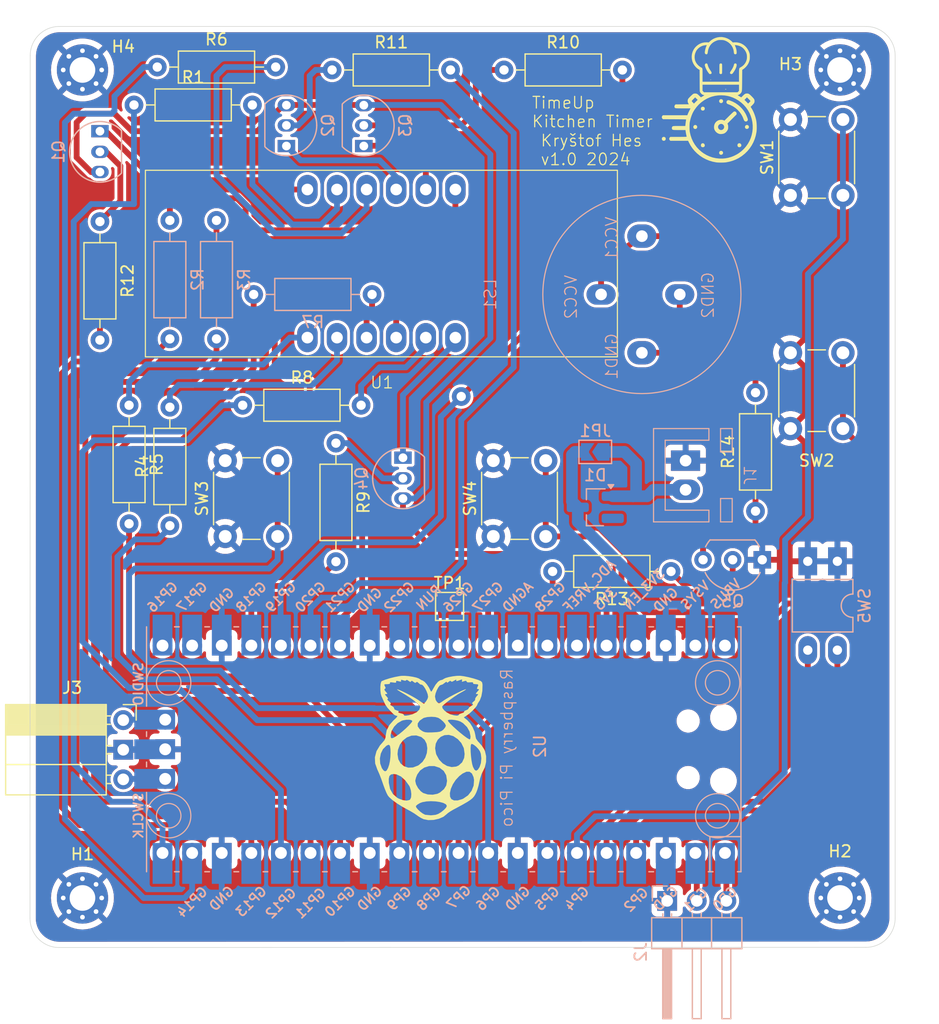
<source format=kicad_pcb>
(kicad_pcb (version 20240108) (generator "pcbnew") (generator_version "8.0")
  (title_block (title "UpTime Kitchen Timer PCB") (date "2024-11-25") (rev "1") (company "Kryštof Hes"))
  (layers (0 "F.Cu" signal) (31 "B.Cu" signal) (34 "B.Paste" user) (35 "F.Paste" user) (36 "B.SilkS" user "B.Silkscreen") (37 "F.SilkS" user "F.Silkscreen") (38 "B.Mask" user) (39 "F.Mask" user) (44 "Edge.Cuts" user))
  (net 0 "")
  (net 1 "GND")
  (net 2 "/charging_and_audio/VSYS")
  (net 3 "Net-(Q5-C)")
  (net 4 "VCC")
  (net 5 "Net-(Q1-C)")
  (net 6 "Net-(Q1-B)")
  (net 7 "Net-(Q1-E)")
  (net 8 "Net-(Q2-C)")
  (net 9 "Net-(Q2-B)")
  (net 10 "Net-(Q3-B)")
  (net 11 "Net-(Q3-C)")
  (net 12 "Net-(Q4-B)")
  (net 13 "Net-(Q4-C)")
  (net 14 "Net-(Q5-B)")
  (net 15 "Net-(U1-A)")
  (net 16 "Net-(U2-GPIO15)")
  (net 17 "Net-(U1-B)")
  (net 18 "Net-(U2-GPIO13)")
  (net 19 "Net-(U2-GPIO11)")
  (net 20 "Net-(U1-C)")
  (net 21 "Net-(U1-D)")
  (net 22 "Net-(U2-GPIO9)")
  (net 23 "Net-(U2-GPIO8)")
  (net 24 "Net-(U1-E)")
  (net 25 "Net-(U2-GPIO14)")
  (net 26 "Net-(U1-F)")
  (net 27 "Net-(U2-GPIO10)")
  (net 28 "Net-(U1-DP)")
  (net 29 "Net-(U1-G)")
  (net 30 "Net-(U2-GPIO12)")
  (net 31 "Net-(U2-GPIO18)")
  (net 32 "Net-(U2-GPIO19)")
  (net 33 "Net-(U2-GPIO20)")
  (net 34 "Net-(U2-GPIO21)")
  (net 35 "Net-(U2-GPIO4)")
  (net 36 "Net-(U2-GPIO5)")
  (net 37 "Net-(U2-GPIO6)")
  (net 38 "Net-(U2-GPIO7)")
  (net 39 "IN_1")
  (net 40 "IN_2")
  (net 44 "/PWM_SPEAKER")
  (net 49 "/charging_and_audio/OUT+")
  (net 51 "Net-(J2-Pin_2)")
  (net 52 "Net-(J2-Pin_3)")
  (net 53 "Net-(J3-Pin_3)")
  (net 55 "Net-(J3-Pin_1)")
  (footprint "TestPoint:TestPoint_Pad_2.0x2.0mm" (layer "F.Cu") (at 105.5 66.75)
    (property "Reference" "TP1")
    (property "Value" "PWM_SPEAKER")
  )
  (footprint "LOGO" (layer "F.Cu") (at 104.25 78.75)
    (property "Reference" "G***" (hide yes))
    (property "Value" "LOGO" (hide yes))
  )
  (footprint "Resistor_THT:R_Axial_DIN0207_L6.3mm_D2.5mm_P10.16mm_Horizontal" (layer "F.Cu") (at 78.42 23.75)
    (property "Reference" "R1")
    (property "Value" "220")
  )
  (footprint "Resistor_THT:R_Axial_DIN0207_L6.3mm_D2.5mm_P10.16mm_Horizontal" (layer "F.Cu") (at 78 49.5 -90)
    (property "Reference" "R5")
    (property "Value" "220")
  )
  (footprint "Button_Switch_THT:SW_PUSH_6mm_H4.3mm" (layer "F.Cu") (at 134.75 31.5 90)
    (property "Reference" "SW1")
    (property "Value" "BTN_A")
  )
  (footprint "MountingHole:MountingHole_2.2mm_M2_Pad_Via" (layer "F.Cu") (at 74 91.75)
    (property "Reference" "H1")
    (property "Value" "M2 hole")
  )
  (footprint "Resistor_THT:R_Axial_DIN0207_L6.3mm_D2.5mm_P10.16mm_Horizontal" (layer "F.Cu") (at 124.5 63.75 180)
    (property "Reference" "R13")
    (property "Value" "1k")
  )
  (footprint "Resistor_THT:R_Axial_DIN0207_L6.3mm_D2.5mm_P10.16mm_Horizontal" (layer "F.Cu") (at 80.42 20.5)
    (property "Reference" "R6")
    (property "Value" "220")
  )
  (footprint "Button_Switch_THT:SW_PUSH_6mm_H4.3mm" (layer "F.Cu") (at 86.25 60.75 90)
    (property "Reference" "SW3")
    (property "Value" "BTN_C")
  )
  (footprint "MountingHole:MountingHole_2.2mm_M2_Pad_Via" (layer "F.Cu") (at 139 91.75)
    (property "Reference" "H2")
    (property "Value" "M2 hole")
  )
  (footprint "LOGO" (layer "F.Cu") (at 128 23.25)
    (property "Reference" "G***" (hide yes))
    (property "Value" "LOGO" (hide yes))
  )
  (footprint "Custom_footprints:Segment_display_4041BS-1" (layer "F.Cu") (at 99.65 37.35)
    (property "Reference" "U1")
    (property "Value" "4041BS-1")
  )
  (footprint "Connector_PinSocket_2.54mm:PinSocket_1x03_P2.54mm_Horizontal" (layer "F.Cu") (at 77.5 76.5)
    (property "Reference" "J3")
    (property "Value" "SWD")
  )
  (footprint "Button_Switch_THT:SW_PUSH_6mm_H4.3mm" (layer "F.Cu") (at 109.25 60.75 90)
    (property "Reference" "SW4")
    (property "Value" "BTN_D")
  )
  (footprint "Resistor_THT:R_Axial_DIN0207_L6.3mm_D2.5mm_P10.16mm_Horizontal" (layer "F.Cu") (at 95.42 20.75)
    (property "Reference" "R11")
    (property "Value" "22k")
  )
  (footprint "MountingHole:MountingHole_2.2mm_M2_Pad_Via" (layer "F.Cu") (at 139 20.75)
    (property "Reference" "H3")
    (property "Value" "M2 hole")
  )
  (footprint "Resistor_THT:R_Axial_DIN0207_L6.3mm_D2.5mm_P10.16mm_Horizontal" (layer "F.Cu") (at 110.17 20.75)
    (property "Reference" "R10")
    (property "Value" "22k")
  )
  (footprint "Button_Switch_THT:SW_PUSH_6mm_H4.3mm" (layer "F.Cu") (at 134.75 51.5 90)
    (property "Reference" "SW2")
    (property "Value" "BTN_B")
  )
  (footprint "Resistor_THT:R_Axial_DIN0207_L6.3mm_D2.5mm_P10.16mm_Horizontal" (layer "F.Cu") (at 81.5 59.83 90)
    (property "Reference" "R4")
    (property "Value" "220")
  )
  (footprint "Resistor_THT:R_Axial_DIN0207_L6.3mm_D2.5mm_P10.16mm_Horizontal" (layer "F.Cu") (at 87.75 49.5)
    (property "Reference" "R8")
    (property "Value" "220")
  )
  (footprint "Resistor_THT:R_Axial_DIN0207_L6.3mm_D2.5mm_P10.16mm_Horizontal" (layer "F.Cu") (at 131.75 58.58 90)
    (property "Reference" "R14")
    (property "Value" "1k")
  )
  (footprint "MountingHole:MountingHole_2.2mm_M2_Pad_Via" (layer "F.Cu") (at 74 20.75)
    (property "Reference" "H4")
    (property "Value" "M2 hole")
  )
  (footprint "Resistor_THT:R_Axial_DIN0207_L6.3mm_D2.5mm_P10.16mm_Horizontal" (layer "F.Cu") (at 75.5 33.75 -90)
    (property "Reference" "R12")
    (property "Value" "22k")
  )
  (footprint "Resistor_THT:R_Axial_DIN0207_L6.3mm_D2.5mm_P10.16mm_Horizontal" (layer "F.Cu") (at 95.75 52.75 -90)
    (property "Reference" "R9")
    (property "Value" "22k")
  )
  (footprint "Connector_PinHeader_2.54mm:PinHeader_1x03_P2.54mm_Horizontal" (layer "B.Cu") (at 124.17 92 -90)
    (property "Reference" "J2")
    (property "Value" "UART")
  )
  (footprint "Custom_footprints:RPi_Pico_SMD_TH" (layer "B.Cu") (at 105 79 90)
    (property "Reference" "U2")
    (property "Value" "Pico" (hide yes))
  )
  (footprint "Package_TO_SOT_THT:TO-92_Inline" (layer "B.Cu") (at 98.14 26.77 90)
    (property "Reference" "Q3")
    (property "Value" "BC327")
  )
  (footprint "Resistor_THT:R_Axial_DIN0207_L6.3mm_D2.5mm_P10.16mm_Horizontal" (layer "B.Cu") (at 81.5 43.81 90)
    (property "Reference" "R2")
    (property "Value" "220")
  )
  (footprint "Custom_footprints:Piezzo_10mm_6.5mm_combined" (layer "B.Cu") (at 122 40 -90)
    (property "Reference" "LS1")
    (property "Value" "Speaker_Crystal")
  )
  (footprint "Package_TO_SOT_THT:TO-92_Inline" (layer "B.Cu") (at 75.5 26.5 -90)
    (property "Reference" "Q1")
    (property "Value" "BC327")
  )
  (footprint "Package_TO_SOT_THT:TO-92_Inline" (layer "B.Cu") (at 91.5 26.77 90)
    (property "Reference" "Q2")
    (property "Value" "BC327")
  )
  (footprint "Jumper:SolderJumper-2_P1.3mm_Open_TrianglePad1.0x1.5mm" (layer "B.Cu") (at 118 53.5 180)
    (property "Reference" "JP1")
    (property "Value" "SCHOTTKY_JUMPER")
  )
  (footprint "Custom_footprints:JST_2pin_2.54mm_female" (layer "B.Cu") (at 125.75 55.5 90)
    (property "Reference" "J1")
    (property "Value" "JST_2pin_2.5mm")
  )
  (footprint "Resistor_THT:R_Axial_DIN0207_L6.3mm_D2.5mm_P10.16mm_Horizontal" (layer "B.Cu") (at 85.5 43.81 90)
    (property "Reference" "R3")
    (property "Value" "220")
  )
  (footprint "Custom_footprints:SOT-23_Handsoldering_renumbered" (layer "B.Cu") (at 118 58.25 180)
    (property "Reference" "D1")
    (property "Value" "SEMTECH BAT54S")
  )
  (footprint "Package_TO_SOT_THT:TO-92L_Inline_Wide" (layer "B.Cu") (at 127.25 62.75)
    (property "Reference" "Q5")
    (property "Value" "BC337")
  )
  (footprint "Package_TO_SOT_THT:TO-92_Inline" (layer "B.Cu") (at 101.5 54.5 -90)
    (property "Reference" "Q4")
    (property "Value" "BC327")
  )
  (footprint "Package_DIP:DIP-4_W7.62mm_LongPads" (layer "B.Cu") (at 138.775 70.5 90)
    (property "Reference" "SW5")
    (property "Value" "SW_DIP_x02")
  )
  (footprint "Resistor_THT:R_Axial_DIN0207_L6.3mm_D2.5mm_P10.16mm_Horizontal" (layer "B.Cu") (at 88.69 40)
    (property "Reference" "R7")
    (property "Value" "220")
  )
  (gr_line (start 118.5 40) (end 118.5 37.5) (stroke (width 0.5)) (layer "F.Cu") (net 4))
  (gr_line (start 118.5 37.5) (end 122 35) (stroke (width 0.5)) (layer "F.Cu") (net 4))
  (gr_line (start 125.25 40) (end 125.25 45) (stroke (width 0.5)) (layer "F.Cu") (net 3))
  (gr_arc (start 141.232233 17.017767) (mid 143 17.75) (end 143.732233 19.517767) (stroke (width 0.05)) (layer "Edge.Cuts"))
  (gr_line (start 141.232233 95.982233) (end 72 96) (stroke (width 0.05)) (layer "Edge.Cuts"))
  (gr_line (start 141.232233 17.017767) (end 72.017767 17.017767) (stroke (width 0.05)) (layer "Edge.Cuts"))
  (gr_line (start 69.517767 19.517767) (end 69.5 93.5) (stroke (width 0.05)) (layer "Edge.Cuts"))
  (gr_arc (start 69.517767 19.517767) (mid 70.25 17.75) (end 72.017767 17.017767) (stroke (width 0.05)) (layer "Edge.Cuts"))
  (gr_arc (start 72 96) (mid 70.232233 95.267767) (end 69.5 93.5) (stroke (width 0.05)) (layer "Edge.Cuts"))
  (gr_arc (start 143.732233 93.482233) (mid 143 95.25) (end 141.232233 95.982233) (stroke (width 0.05)) (layer "Edge.Cuts"))
  (gr_line (start 143.732233 93.482233) (end 143.732233 19.517767) (stroke (width 0.05)) (layer "Edge.Cuts"))
  (gr_text "Raspberry Pi Pico" (at 111 72 90) (layer "B.SilkS") (effects (font (size 1 1) (thickness 0.1)) (justify left bottom mirror)))
  (gr_text "TimeUp \nKitchen Timer" (at 112.5 25.75 0) (layer "F.SilkS") (effects (font (size 1 1) (thickness 0.1)) (justify left bottom)))
  (gr_text "Kryštof Hes\nv1.0 2024" (at 113.25 29 0) (layer "F.SilkS") (effects (font (size 1 1) (thickness 0.1)) (justify left bottom)))
  (segment (start 77.5 79.04) (end 77.54 79) (width 0.5) (layer "F.Cu") (net 1))
  (segment (start 81.1 79) (end 77.54 79) (width 0.5) (layer "B.Cu") (net 1))
  (segment (start 77.54 79) (end 77.5 79.04) (width 0.5) (layer "B.Cu") (net 1))
  (segment (start 125.75 65.5) (end 122.5 65.5) (width 1) (layer "B.Cu") (net 2))
  (segment (start 116.25 53.5) (end 116.970097 53.5) (width 1) (layer "B.Cu") (net 2))
  (segment (start 116.5 59.5) (end 116.5 58.25) (width 1) (layer "B.Cu") (net 2))
  (segment (start 116 57.75) (end 116 53.75) (width 1) (layer "B.Cu") (net 2))
  (segment (start 116 53.75) (end 116.25 53.5) (width 1) (layer "B.Cu") (net 2))
  (segment (start 122.5 65.5) (end 116.5 59.5) (width 1) (layer "B.Cu") (net 2))
  (segment (start 126.59 70.11) (end 126.59 66.34) (width 1) (layer "B.Cu") (net 2))
  (segment (start 126.59 66.34) (end 125.75 65.5) (width 1) (layer "B.Cu") (net 2))
  (segment (start 116.5 58.25) (end 116 57.75) (width 1) (layer "B.Cu") (net 2))
  (segment (start 131.75 55.25) (end 128 51.5) (width 0.5) (layer "F.Cu") (net 3))
  (segment (start 130.75 60.75) (end 128 60.75) (width 0.5) (layer "F.Cu") (net 3))
  (segment (start 126 45) (end 122 45) (width 0.5) (layer "F.Cu") (net 3))
  (segment (start 131.75 59.75) (end 130.75 60.75) (width 0.5) (layer "F.Cu") (net 3))
  (segment (start 128 47) (end 126 45) (width 0.5) (layer "F.Cu") (net 3))
  (segment (start 131.75 58.58) (end 131.75 59.75) (width 0.5) (layer "F.Cu") (net 3))
  (segment (start 131.75 58.58) (end 131.75 55.25) (width 0.5) (layer "F.Cu") (net 3))
  (segment (start 127.25 61.5) (end 127.25 62.75) (width 0.5) (layer "F.Cu") (net 3))
  (segment (start 128 60.75) (end 127.25 61.5) (width 0.5) (layer "F.Cu") (net 3))
  (segment (start 128 51.5) (end 128 47) (width 0.5) (layer "F.Cu") (net 3))
  (segment (start 129.25 37.75) (end 126.5 35) (width 0.5) (layer "F.Cu") (net 4))
  (segment (start 126.5 35) (end 122 35) (width 0.5) (layer "F.Cu") (net 4))
  (segment (start 129.5 38) (end 129.25 37.75) (width 0.5) (layer "F.Cu") (net 4))
  (segment (start 131.75 40.25) (end 129.25 37.75) (width 0.5) (layer "F.Cu") (net 4))
  (segment (start 121 35) (end 122 35) (width 0.5) (layer "F.Cu") (net 4))
  (segment (start 131.75 48.42) (end 131.75 40.25) (width 0.5) (layer "F.Cu") (net 4))
  (segment (start 76 26) (end 79.45 29.45) (width 0.5) (layer "F.Cu") (net 5))
  (segment (start 75.5 26) (end 76 26) (width 0.5) (layer "F.Cu") (net 5))
  (segment (start 93.3 31) (end 92 31) (width 0.5) (layer "F.Cu") (net 5))
  (segment (start 92 31) (end 90.45 29.45) (width 0.5) (layer "F.Cu") (net 5))
  (segment (start 90.45 29.45) (end 79.45 29.45) (width 0.5) (layer "F.Cu") (net 5))
  (segment (start 76.035 27.77) (end 75.5 27.77) (width 0.5) (layer "F.Cu") (net 6))
  (segment (start 77.25 28.985) (end 76.035 27.77) (width 0.5) (layer "F.Cu") (net 6))
  (segment (start 75.5 33.75) (end 77.25 32) (width 0.5) (layer "F.Cu") (net 6))
  (segment (start 77.25 32) (end 77.25 28.985) (width 0.5) (layer "F.Cu") (net 6))
  (segment (start 104.5 62.25) (end 101.5 59.25) (width 0.5) (layer "F.Cu") (net 7))
  (segment (start 73.5 28.25) (end 73.5 25.25) (width 0.5) (layer "F.Cu") (net 7))
  (segment (start 78.25 26) (end 89 26) (width 0.5) (layer "F.Cu") (net 7))
  (segment (start 118.97 63.53) (end 119 63.5) (width 0.5) (layer "F.Cu") (net 7))
  (segment (start 89 26) (end 91.25 23.75) (width 0.5) (layer "F.Cu") (net 7))
  (segment (start 74.75 29.5) (end 73.5 28.25) (width 0.5) (layer "F.Cu") (net 7))
  (segment (start 73.5 25.25) (end 74.25 24.5) (width 0.5) (layer "F.Cu") (net 7))
  (segment (start 75.5 29.5) (end 74.75 29.5) (width 0.5) (layer "F.Cu") (net 7))
  (segment (start 117.75 62.25) (end 104.5 62.25) (width 0.5) (layer "F.Cu") (net 7))
  (segment (start 76.75 24.5) (end 78.25 26) (width 0.5) (layer "F.Cu") (net 7))
  (segment (start 101.5 59.25) (end 101.5 57.5) (width 0.5) (layer "F.Cu") (net 7))
  (segment (start 74.25 24.5) (end 76.75 24.5) (width 0.5) (layer "F.Cu") (net 7))
  (segment (start 119 63.5) (end 117.75 62.25) (width 0.5) (layer "F.Cu") (net 7))
  (segment (start 91.25 23.75) (end 97.66 23.75) (width 0.5) (layer "F.Cu") (net 7))
  (segment (start 118.97 70.11) (end 118.97 63.53) (width 0.5) (layer "F.Cu") (net 7))
  (segment (start 103.5 49.25) (end 109 43.75) (width 0.5) (layer "B.Cu") (net 7))
  (segment (start 109 43.75) (end 109 28) (width 0.5) (layer "B.Cu") (net 7))
  (segment (start 102.5 57.5) (end 103.5 56.5) (width 0.5) (layer "B.Cu") (net 7))
  (segment (start 103.5 56.5) (end 103.5 49.25) (width 0.5) (layer "B.Cu") (net 7))
  (segment (start 104.75 23.75) (end 98.62 23.75) (width 0.5) (layer "B.Cu") (net 7))
  (segment (start 101.5 57.5) (end 102.5 57.5) (width 0.5) (layer "B.Cu") (net 7))
  (segment (start 109 28) (end 104.75 23.75) (width 0.5) (layer "B.Cu") (net 7))
  (segment (start 100.92 29.92) (end 99.5 28.5) (width 0.5) (layer "B.Cu") (net 8))
  (segment (start 92.73 28.5) (end 91.5 27.27) (width 0.5) (layer "B.Cu") (net 8))
  (segment (start 99.5 28.5) (end 92.73 28.5) (width 0.5) (layer "B.Cu") (net 8))
  (segment (start 100.92 31) (end 100.92 29.92) (width 0.5) (layer "B.Cu") (net 8))
  (segment (start 93.5 21.25) (end 94 20.75) (width 0.5) (layer "B.Cu") (net 9))
  (segment (start 91.5 25.5) (end 92.5 25.5) (width 0.5) (layer "B.Cu") (net 9))
  (segment (start 93.5 24.5) (end 93.5 21.25) (width 0.5) (layer "B.Cu") (net 9))
  (segment (start 92.5 25.5) (end 93.5 24.5) (width 0.5) (layer "B.Cu") (net 9))
  (segment (start 94 20.75) (end 95.42 20.75) (width 0.5) (layer "B.Cu") (net 9))
  (segment (start 106.5 25.5) (end 98.14 25.5) (width 0.5) (layer "F.Cu") (net 10))
  (segment (start 107.75 24.25) (end 106.5 25.5) (width 0.5) (layer "F.Cu") (net 10))
  (segment (start 110.17 20.75) (end 108.5 20.75) (width 0.5) (layer "F.Cu") (net 10))
  (segment (start 108.5 20.75) (end 107.75 21.5) (width 0.5) (layer "F.Cu") (net 10))
  (segment (start 107.75 21.5) (end 107.75 24.25) (width 0.5) (layer "F.Cu") (net 10))
  (segment (start 101.75 27.25) (end 98.62 27.25) (width 0.5) (layer "F.Cu") (net 11))
  (segment (start 103.46 28.96) (end 101.75 27.25) (width 0.5) (layer "F.Cu") (net 11))
  (segment (start 103.46 31) (end 103.46 28.96) (width 0.5) (layer "F.Cu") (net 11))
  (segment (start 99.77 55.77) (end 101.5 55.77) (width 0.5) (layer "B.Cu") (net 12))
  (segment (start 96.75 52.75) (end 99.77 55.77) (width 0.5) (layer "B.Cu") (net 12))
  (segment (start 95.75 52.75) (end 96.75 52.75) (width 0.5) (layer "B.Cu") (net 12))
  (segment (start 101.5 48.625) (end 106 44.125) (width 0.5) (layer "B.Cu") (net 13))
  (segment (start 106 44.125) (end 106 43.7) (width 0.5) (layer "B.Cu") (net 13))
  (segment (start 101.5 54) (end 101.5 48.625) (width 0.5) (layer "B.Cu") (net 13))
  (segment (start 129.79 62.75) (end 129.79 64.46) (width 0.5) (layer "F.Cu") (net 14))
  (segment (start 129.5 64.75) (end 125.5 64.75) (width 0.5) (layer "F.Cu") (net 14))
  (segment (start 129.79 64.46) (end 129.5 64.75) (width 0.5) (layer "F.Cu") (net 14))
  (segment (start 125.5 64.75) (end 124.5 63.75) (width 0.5) (layer "F.Cu") (net 14))
  (segment (start 95.84 32.66) (end 94.5 34) (width 0.5) (layer "B.Cu") (net 15))
  (segment (start 92 34) (end 88.58 30.58) (width 0.5) (layer "B.Cu") (net 15))
  (segment (start 95.84 31) (end 95.84 32.66) (width 0.5) (layer "B.Cu") (net 15))
  (segment (start 88.58 30.58) (end 88.58 23.75) (width 0.5) (layer "B.Cu") (net 15))
  (segment (start 94.5 34) (end 92 34) (width 0.5) (layer "B.Cu") (net 15))
  (segment (start 80.87 85.62) (end 78.75 83.5) (width 0.5) (layer "B.Cu") (net 16))
  (segment (start 73.25 80.25) (end 73.25 33.75) (width 0.5) (layer "B.Cu") (net 16))
  (segment (start 80.87 87.89) (end 80.87 85.62) (width 0.5) (layer "B.Cu") (net 16))
  (segment (start 73.25 33.75) (end 74.75 32.25) (width 0.5) (layer "B.Cu") (net 16))
  (segment (start 74.75 32.25) (end 78.42 32.25) (width 0.5) (layer "B.Cu") (net 16))
  (segment (start 76.5 83.5) (end 73.25 80.25) (width 0.5) (layer "B.Cu") (net 16))
  (segment (start 78.75 83.5) (end 76.5 83.5) (width 0.5) (layer "B.Cu") (net 16))
  (segment (start 78.42 32.25) (end 78.42 23.75) (width 0.5) (layer "B.Cu") (net 16))
  (segment (start 106 33) (end 106 31) (width 0.5) (layer "F.Cu") (net 17))
  (segment (start 89 34.5) (end 104.5 34.5) (width 0.5) (layer "F.Cu") (net 17))
  (segment (start 104.5 34.5) (end 106 33) (width 0.5) (layer "F.Cu") (net 17))
  (segment (start 81.5 33.65) (end 81.5 32.25) (width 0.5) (layer "F.Cu") (net 17))
  (segment (start 88 33.5) (end 89 34.5) (width 0.5) (layer "F.Cu") (net 17))
  (segment (start 82 31.75) (end 87.25 31.75) (width 0.5) (layer "F.Cu") (net 17))
  (segment (start 87.25 31.75) (end 88 32.5) (width 0.5) (layer "F.Cu") (net 17))
  (segment (start 88 32.5) (end 88 33.5) (width 0.5) (layer "F.Cu") (net 17))
  (segment (start 81.5 32.25) (end 82 31.75) (width 0.5) (layer "F.Cu") (net 17))
  (segment (start 81.5 43.81) (end 79.56 45.75) (width 0.5) (layer "F.Cu") (net 18))
  (segment (start 88.49 86.49) (end 88.49 87.89) (width 0.5) (layer "F.Cu") (net 18))
  (segment (start 72.25 84) (end 73.75 85.5) (width 0.5) (layer "F.Cu") (net 18))
  (segment (start 73.75 85.5) (end 87.5 85.5) (width 0.5) (layer "F.Cu") (net 18))
  (segment (start 79.56 45.75) (end 73.25 45.75) (width 0.5) (layer "F.Cu") (net 18))
  (segment (start 87.5 85.5) (end 88.49 86.49) (width 0.5) (layer "F.Cu") (net 18))
  (segment (start 73.25 45.75) (end 72.25 46.75) (width 0.5) (layer "F.Cu") (net 18))
  (segment (start 72.25 46.75) (end 72.25 84) (width 0.5) (layer "F.Cu") (net 18))
  (segment (start 74.25 82) (end 74.25 49) (width 0.5) (layer "F.Cu") (net 19))
  (segment (start 83.5 47.5) (end 85.5 45.5) (width 0.5) (layer "F.Cu") (net 19))
  (segment (start 85.5 45.5) (end 85.5 43.81) (width 0.5) (layer "F.Cu") (net 19))
  (segment (start 91.5 83.5) (end 75.75 83.5) (width 0.5) (layer "F.Cu") (net 19))
  (segment (start 93.57 87.89) (end 93.57 85.57) (width 0.5) (layer "F.Cu") (net 19))
  (segment (start 75.75 47.5) (end 83.5 47.5) (width 0.5) (layer "F.Cu") (net 19))
  (segment (start 75.75 83.5) (end 74.25 82) (width 0.5) (layer "F.Cu") (net 19))
  (segment (start 93.57 85.57) (end 91.5 83.5) (width 0.5) (layer "F.Cu") (net 19))
  (segment (start 74.25 49) (end 75.75 47.5) (width 0.5) (layer "F.Cu") (net 19))
  (segment (start 99 37.75) (end 92.5 37.75) (width 0.5) (layer "F.Cu") (net 20))
  (segment (start 85.5 35.25) (end 85.5 33.65) (width 0.5) (layer "F.Cu") (net 20))
  (segment (start 92.5 37.75) (end 91 36.25) (width 0.5) (layer "F.Cu") (net 20))
  (segment (start 91 36.25) (end 86.5 36.25) (width 0.5) (layer "F.Cu") (net 20))
  (segment (start 86.5 36.25) (end 85.5 35.25) (width 0.5) (layer "F.Cu") (net 20))
  (segment (start 100.92 43.7) (end 100.92 39.67) (width 0.5) (layer "F.Cu") (net 20))
  (segment (start 100.92 39.67) (end 99 37.75) (width 0.5) (layer "F.Cu") (net 20))
  (segment (start 93.75 47.75) (end 95.84 45.66) (width 0.5) (layer "B.Cu") (net 21))
  (segment (start 81.5 48.5) (end 82.25 47.75) (width 0.5) (layer "B.Cu") (net 21))
  (segment (start 95.84 45.66) (end 95.84 43.7) (width 0.5) (layer "B.Cu") (net 21))
  (segment (start 82.25 47.75) (end 93.75 47.75) (width 0.5) (layer "B.Cu") (net 21))
  (segment (start 81.5 49.5) (end 81.5 48.5) (width 0.5) (layer "B.Cu") (net 21))
  (segment (start 77 62.5) (end 78.5 61) (width 0.5) (layer "B.Cu") (net 22))
  (segment (start 80.5 61) (end 81.5 60) (width 0.5) (layer "B.Cu") (net 22))
  (segment (start 78.5 61) (end 80.5 61) (width 0.5) (layer "B.Cu") (net 22))
  (segment (start 89 76.5) (end 85.5 73) (width 0.5) (layer "B.Cu") (net 22))
  (segment (start 101.19 78.69) (end 99 76.5) (width 0.5) (layer "B.Cu") (net 22))
  (segment (start 79 73) (end 77 71) (width 0.5) (layer "B.Cu") (net 22))
  (segment (start 77 71) (end 77 62.5) (width 0.5) (layer "B.Cu") (net 22))
  (segment (start 85.5 73) (end 79 73) (width 0.5) (layer "B.Cu") (net 22))
  (segment (start 99 76.5) (end 89 76.5) (width 0.5) (layer "B.Cu") (net 22))
  (segment (start 101.19 87.89) (end 101.19 78.69) (width 0.5) (layer "B.Cu") (net 22))
  (segment (start 79.5 72) (end 100 72) (width 0.5) (layer "F.Cu") (net 23))
  (segment (start 100 72) (end 103.73 75.73) (width 0.5) (layer "F.Cu") (net 23))
  (segment (start 103.73 75.73) (end 103.73 87.89) (width 0.5) (layer "F.Cu") (net 23))
  (segment (start 78 70.5) (end 79.5 72) (width 0.5) (layer "F.Cu") (net 23))
  (segment (start 78 59.66) (end 78 70.5) (width 0.5) (layer "F.Cu") (net 23))
  (segment (start 91.8 43.7) (end 93.3 43.7) (width 0.5) (layer "B.Cu") (net 24))
  (segment (start 79.5 46) (end 89.5 46) (width 0.5) (layer "B.Cu") (net 24))
  (segment (start 78 47.5) (end 79.5 46) (width 0.5) (layer "B.Cu") (net 24))
  (segment (start 89.5 46) (end 91.8 43.7) (width 0.5) (layer "B.Cu") (net 24))
  (segment (start 78 49.5) (end 78 47.5) (width 0.5) (layer "B.Cu") (net 24))
  (segment (start 76.75 24.25) (end 76.75 23) (width 0.5) (layer "B.Cu") (net 25))
  (segment (start 76.75 23) (end 79.25 20.5) (width 0.5) (layer "B.Cu") (net 25))
  (segment (start 79.25 20.5) (end 80.42 20.5) (width 0.5) (layer "B.Cu") (net 25))
  (segment (start 79.25 91.75) (end 72.5 85) (width 0.5) (layer "B.Cu") (net 25))
  (segment (start 82.75 91.75) (end 79.25 91.75) (width 0.5) (layer "B.Cu") (net 25))
  (segment (start 83.41 87.89) (end 83.41 91.09) (width 0.5) (layer "B.Cu") (net 25))
  (segment (start 72.5 85) (end 72.5 25.25) (width 0.5) (layer "B.Cu") (net 25))
  (segment (start 73.25 24.5) (end 76.5 24.5) (width 0.5) (layer "B.Cu") (net 25))
  (segment (start 76.5 24.5) (end 76.75 24.25) (width 0.5) (layer "B.Cu") (net 25))
  (segment (start 83.41 91.09) (end 82.75 91.75) (width 0.5) (layer "B.Cu") (net 25))
  (segment (start 72.5 25.25) (end 73.25 24.5) (width 0.5) (layer "B.Cu") (net 25))
  (segment (start 86.25 20.5) (end 90.58 20.5) (width 0.5) (layer "B.Cu") (net 26))
  (segment (start 85.5 29.75) (end 85.5 21.25) (width 0.5) (layer "B.Cu") (net 26))
  (segment (start 98.38 32.62) (end 96.25 34.75) (width 0.5) (layer "B.Cu") (net 26))
  (segment (start 96.25 34.75) (end 90.5 34.75) (width 0.5) (layer "B.Cu") (net 26))
  (segment (start 98.38 31) (end 98.38 32.62) (width 0.5) (layer "B.Cu") (net 26))
  (segment (start 90.5 34.75) (end 85.5 29.75) (width 0.5) (layer "B.Cu") (net 26))
  (segment (start 85.5 21.25) (end 86.25 20.5) (width 0.5) (layer "B.Cu") (net 26))
  (segment (start 88.69 46.31) (end 82.5 52.5) (width 0.5) (layer "F.Cu") (net 27))
  (segment (start 77.5 74) (end 93 74) (width 0.5) (layer "F.Cu") (net 27))
  (segment (start 82.5 52.5) (end 78 52.5) (width 0.5) (layer "F.Cu") (net 27))
  (segment (start 78 52.5) (end 76 54.5) (width 0.5) (layer "F.Cu") (net 27))
  (segment (start 76 54.5) (end 76 72.5) (width 0.5) (layer "F.Cu") (net 27))
  (segment (start 88.69 40) (end 88.69 46.31) (width 0.5) (layer "F.Cu") (net 27))
  (segment (start 93 74) (end 96.11 77.11) (width 0.5) (layer "F.Cu") (net 27))
  (segment (start 96.11 77.11) (end 96.11 87.89) (width 0.5) (layer "F.Cu") (net 27))
  (segment (start 76 72.5) (end 77.5 74) (width 0.5) (layer "F.Cu") (net 27))
  (segment (start 98.85 41.65) (end 98.38 42.12) (width 0.5) (layer "F.Cu") (net 28))
  (segment (start 98.85 40) (end 98.85 41.65) (width 0.5) (layer "F.Cu") (net 28))
  (segment (start 98.38 42.12) (end 98.38 43.7) (width 0.5) (layer "F.Cu") (net 28))
  (segment (start 103.46 44.54) (end 103.46 43.7) (width 0.5) (layer "B.Cu") (net 29))
  (segment (start 101.75 46.25) (end 103.46 44.54) (width 0.5) (layer "B.Cu") (net 29))
  (segment (start 97.91 47.84) (end 99.5 46.25) (width 0.5) (layer "B.Cu") (net 29))
  (segment (start 97.91 47.84) (end 97.91 49.5) (width 0.5) (layer "B.Cu") (net 29))
  (segment (start 99.5 46.25) (end 101.75 46.25) (width 0.5) (layer "B.Cu") (net 29))
  (segment (start 91.03 82.53) (end 91.03 87.89) (width 0.5) (layer "B.Cu") (net 30))
  (segment (start 87.75 49.5) (end 86 49.5) (width 0.5) (layer "B.Cu") (net 30))
  (segment (start 74 53.5) (end 74 69.75) (width 0.5) (layer "B.Cu") (net 30))
  (segment (start 75 52.5) (end 74 53.5) (width 0.5) (layer "B.Cu") (net 30))
  (segment (start 78 73.75) (end 82.25 73.75) (width 0.5) (layer "B.Cu") (net 30))
  (segment (start 82.25 73.75) (end 91.03 82.53) (width 0.5) (layer "B.Cu") (net 30))
  (segment (start 74 69.75) (end 78 73.75) (width 0.5) (layer "B.Cu") (net 30))
  (segment (start 83 52.5) (end 75 52.5) (width 0.5) (layer "B.Cu") (net 30))
  (segment (start 86 49.5) (end 83 52.5) (width 0.5) (layer "B.Cu") (net 30))
  (segment (start 93.75 65) (end 89.5 65) (width 0.5) (layer "F.Cu") (net 31))
  (segment (start 88.5 66) (end 88.5 67) (width 0.5) (layer "F.Cu") (net 31))
  (segment (start 89.5 65) (end 88.5 66) (width 0.5) (layer "F.Cu") (net 31))
  (segment (start 93.75 64.91) (end 93.75 65) (width 0.5) (layer "F.Cu") (net 31))
  (segment (start 88.5 67) (end 88.49 67.01) (width 0.5) (layer "F.Cu") (net 31))
  (segment (start 88.49 67.01) (end 88.49 70.11) (width 0.5) (layer "F.Cu") (net 31))
  (segment (start 95.75 62.91) (end 93.75 64.91) (width 0.5) (layer "F.Cu") (net 31))
  (segment (start 120.33 23.92) (end 120.33 20.75) (width 0.5) (layer "F.Cu") (net 32))
  (segment (start 113.75 30.5) (end 120.33 23.92) (width 0.5) (layer "F.Cu") (net 32))
  (segment (start 113.75 41.5) (end 113.75 30.5) (width 0.5) (layer "F.Cu") (net 32))
  (segment (start 106.5 48.75) (end 113.75 41.5) (width 0.5) (layer "F.Cu") (net 32))
  (via (at 106.5 48.75) (size 1.6) (drill 0.8) (layers "F.Cu" "B.Cu") (net 32))
  (segment (start 104.75 59) (end 102.5 61.25) (width 0.5) (layer "B.Cu") (net 32))
  (segment (start 94.75 61.25) (end 91 65) (width 0.5) (layer "B.Cu") (net 32))
  (segment (start 106.5 48.75) (end 104.75 50.5) (width 0.5) (layer "B.Cu") (net 32))
  (segment (start 91 65) (end 91 68.12) (width 0.5) (layer "B.Cu") (net 32))
  (segment (start 104.75 50.5) (end 104.75 59) (width 0.5) (layer "B.Cu") (net 32))
  (segment (start 102.5 61.25) (end 94.75 61.25) (width 0.5) (layer "B.Cu") (net 32))
  (segment (start 91.03 68.15) (end 91.03 70.11) (width 0.5) (layer "B.Cu") (net 32))
  (segment (start 91 68.12) (end 91.03 68.15) (width 0.5) (layer "B.Cu") (net 32))
  (segment (start 97.75 64.75) (end 104.75 64.75) (width 0.5) (layer "B.Cu") (net 33))
  (segment (start 106.5 58.75) (end 106.5 50.75) (width 0.5) (layer "B.Cu") (net 33))
  (segment (start 93.57 70.11) (end 93.57 66.93) (width 0.5) (layer "B.Cu") (net 33))
  (segment (start 104.75 64.75) (end 106.5 63) (width 0.5) (layer "B.Cu") (net 33))
  (segment (start 94.5 66) (end 96.5 66) (width 0.5) (layer "B.Cu") (net 33))
  (segment (start 111 26.17) (end 105.58 20.75) (width 0.5) (layer "B.Cu") (net 33))
  (segment (start 93.57 66.93) (end 94.5 66) (width 0.5) (layer "B.Cu") (net 33))
  (segment (start 96.5 66) (end 97.75 64.75) (width 0.5) (layer "B.Cu") (net 33))
  (segment (start 106.5 63) (end 106.5 58.75) (width 0.5) (layer "B.Cu") (net 33))
  (segment (start 111 46.25) (end 111 26.17) (width 0.5) (layer "B.Cu") (net 33))
  (segment (start 106.5 50.75) (end 111 46.25) (width 0.5) (layer "B.Cu") (net 33))
  (segment (start 96.11 70.11) (end 96.11 67.89) (width 0.5) (layer "F.Cu") (net 34))
  (segment (start 75.5 41.81) (end 75.5 43.91) (width 0.5) (layer "F.Cu") (net 34))
  (segment (start 90.5 38.5) (end 89.5 37.5) (width 0.5) (layer "F.Cu") (net 34))
  (segment (start 93.5 47.5) (end 93 47) (width 0.5) (layer "F.Cu") (net 34))
  (segment (start 96.11 67.89) (end 98 66) (width 0.5) (layer "F.Cu") (net 34))
  (segment (start 98 59.5) (end 93.5 55) (width 0.5) (layer "F.Cu") (net 34))
  (segment (start 87.5 37.5) (end 86.3 38.7) (width 0.5) (layer "F.Cu") (net 34))
  (segment (start 78.61 38.7) (end 75.5 41.81) (width 0.5) (layer "F.Cu") (net 34))
  (segment (start 91.5 47) (end 90.5 46) (width 0.5) (layer "F.Cu") (net 34))
  (segment (start 93.5 55) (end 93.5 47.5) (width 0.5) (layer "F.Cu") (net 34))
  (segment (start 93 47) (end 91.5 47) (width 0.5) (layer "F.Cu") (net 34))
  (segment (start 89.5 37.5) (end 87.5 37.5) (width 0.5) (layer "F.Cu") (net 34))
  (segment (start 98 66) (end 98 59.5) (width 0.5) (layer "F.Cu") (net 34))
  (segment (start 86.3 38.7) (end 78.61 38.7) (width 0.5) (layer "F.Cu") (net 34))
  (segment (start 90.5 46) (end 90.5 38.5) (width 0.5) (layer "F.Cu") (net 34))
  (segment (start 118 84.75) (end 116.43 86.32) (width 0.5) (layer "B.Cu") (net 35))
  (segment (start 136.25 59.088478) (end 134.29 61.048478) (width 0.5) (layer "B.Cu") (net 35))
  (segment (start 134.29 61.048478) (end 134.29 64.71) (width 0.5) (layer "B.Cu") (net 35))
  (segment (start 139.25 31.5) (end 139.25 35.25) (width 0.5) (layer "B.Cu") (net 35))
  (segment (start 130.5 84.75) (end 118 84.75) (width 0.5) (layer "B.Cu") (net 35))
  (segment (start 116.43 86.32) (end 116.43 87.89) (width 0.5) (layer "B.Cu") (net 35))
  (segment (start 139.25 35.25) (end 136.25 38.25) (width 0.5) (layer "B.Cu") (net 35))
  (segment (start 136.25 38.25) (end 136.25 59.088478) (width 0.5) (layer "B.Cu") (net 35))
  (segment (start 134.25 81) (end 130.5 84.75) (width 0.5) (layer "B.Cu") (net 35))
  (segment (start 139.25 25) (end 139.25 31.5) (width 0.5) (layer "B.Cu") (net 35))
  (segment (start 134.29 64.71) (end 134.25 64.75) (width 0.5) (layer "B.Cu") (net 35))
  (segment (start 134.25 64.75) (end 134.25 81) (width 0.5) (layer "B.Cu") (net 35))
  (segment (start 133 72.5) (end 131.5 74) (width 0.5) (layer "F.Cu") (net 36))
  (segment (start 133 68) (end 133 72.5) (width 0.5) (layer "F.Cu") (net 36))
  (segment (start 139.25 51.5) (end 139.25 45) (width 0.5) (layer "F.Cu") (net 36))
  (segment (start 142 54.25) (end 142 65.5) (width 0.5) (layer "F.Cu") (net 36))
  (segment (start 113.89 79.61) (end 113.89 87.89) (width 0.5) (layer "F.Cu") (net 36))
  (segment (start 131.5 74) (end 125.5 74) (width 0.5) (layer "F.Cu") (net 36))
  (segment (start 134.5 66.5) (end 133 68) (width 0.5) (layer "F.Cu") (net 36))
  (segment (start 115 78.5) (end 113.89 79.61) (width 0.5) (layer "F.Cu") (net 36))
  (segment (start 142 65.5) (end 141 66.5) (width 0.5) (layer "F.Cu") (net 36))
  (segment (start 141 66.5) (end 134.5 66.5) (width 0.5) (layer "F.Cu") (net 36))
  (segment (start 139.25 51.5) (end 142 54.25) (width 0.5) (layer "F.Cu") (net 36))
  (segment (start 125.5 74) (end 121 78.5) (width 0.5) (layer "F.Cu") (net 36))
  (segment (start 121 78.5) (end 115 78.5) (width 0.5) (layer "F.Cu") (net 36))
  (segment (start 90.75 54.25) (end 90.75 60.75) (width 0.5) (layer "F.Cu") (net 37))
  (segment (start 78 70.93934) (end 79.31066 72.25) (width 0.5) (layer "B.Cu") (net 37))
  (segment (start 108.81 77.31) (end 108.5 77) (width 0.5) (layer "B.Cu") (net 37))
  (segment (start 108.81 87.89) (end 108.81 77.31) (width 0.5) (layer "B.Cu") (net 37))
  (segment (start 85.81066 72.25) (end 89.03033 75.46967) (width 0.5) (layer "B.Cu") (net 37))
  (segment (start 78.5 63.5) (end 78 64) (width 0.5) (layer "B.Cu") (net 37))
  (segment (start 89.03033 75.46967) (end 99.03033 75.46967) (width 0.5) (layer "B.Cu") (net 37))
  (segment (start 109 87.7) (end 108.81 87.89) (width 0.5) (layer "B.Cu") (net 37))
  (segment (start 78 64) (end 78 70.93934) (width 0.5) (layer "B.Cu") (net 37))
  (segment (start 90.75 62.75) (end 90 63.5) (width 0.5) (layer "B.Cu") (net 37))
  (segment (start 99 75.5) (end 107 75.5) (width 0.5) (layer "B.Cu") (net 37))
  (segment (start 99.03033 75.46967) (end 99 75.5) (width 0.5) (layer "B.Cu") (net 37))
  (segment (start 90 63.5) (end 78.5 63.5) (width 0.5) (layer "B.Cu") (net 37))
  (segment (start 107 75.5) (end 108.5 77) (width 0.5) (layer "B.Cu") (net 37))
  (segment (start 90.75 60.75) (end 90.75 62.75) (width 0.5) (layer "B.Cu") (net 37))
  (segment (start 79.31066 72.25) (end 85.81066 72.25) (width 0.5) (layer "B.Cu") (net 37))
  (segment (start 106.27 79.23) (end 109 76.5) (width 0.5) (layer "F.Cu") (net 38))
  (segment (start 113.75 60.75) (end 118 60.75) (width 0.5) (layer "F.Cu") (net 38))
  (segment (start 109 76.5) (end 120.5 76.5) (width 0.5) (layer "F.Cu") (net 38))
  (segment (start 124.5 72.5) (end 130.5 72.5) (width 0.5) (layer "F.Cu") (net 38))
  (segment (start 106.27 87.89) (end 106.27 79.23) (width 0.5) (layer "F.Cu") (net 38))
  (segment (start 131.5 68) (end 130.75 67.25) (width 0.5) (layer "F.Cu") (net 38))
  (segment (start 118 60.75) (end 118.125 60.875) (width 0.5) (layer "F.Cu") (net 38))
  (segment (start 130.5 72.5) (end 131.5 71.5) (width 0.5) (layer "F.Cu") (net 38))
  (segment (start 120.5 76.5) (end 124.5 72.5) (width 0.5) (layer "F.Cu") (net 38))
  (segment (start 120.25 65.25) (end 120.25 63) (width 0.5) (layer "F.Cu") (net 38))
  (segment (start 113.75 60.75) (end 113.75 54.25) (width 0.5) (layer "F.Cu") (net 38))
  (segment (start 130.75 67.25) (end 122.25 67.25) (width 0.5) (layer "F.Cu") (net 38))
  (segment (start 131.5 71.5) (end 131.5 68) (width 0.5) (layer "F.Cu") (net 38))
  (segment (start 120.25 63) (end 118.125 60.875) (width 0.5) (layer "F.Cu") (net 38))
  (segment (start 122.25 67.25) (end 120.25 65.25) (width 0.5) (layer "F.Cu") (net 38))
  (segment (start 138.775 70.5) (end 138.775 79.28566) (width 0.5) (layer "F.Cu") (net 39))
  (segment (start 138.775 79.28566) (end 133.06066 85) (width 0.5) (layer "F.Cu") (net 39))
  (segment (start 122.5 85) (end 121.51 85.99) (width 0.5) (layer "F.Cu") (net 39))
  (segment (start 121.51 85.99) (end 121.51 87.89) (width 0.5) (layer "F.Cu") (net 39))
  (segment (start 133.06066 85) (end 122.5 85) (width 0.5) (layer "F.Cu") (net 39))
  (segment (start 132.5 83.5) (end 136.235 79.765) (width 0.5) (layer "F.Cu") (net 40))
  (segment (start 136.235 79.765) (end 136.235 70.5) (width 0.5) (layer "F.Cu") (net 40))
  (segment (start 121 83.5) (end 132.5 83.5) (width 0.5) (layer "F.Cu") (net 40))
  (segment (start 118.97 87.89) (end 118.97 85.53) (width 0.5) (layer "F.Cu") (net 40))
  (segment (start 118.97 85.53) (end 121 83.5) (width 0.5) (layer "F.Cu") (net 40))
  (segment (start 108.81 66.44) (end 108.81 66.75) (width 0.5) (layer "F.Cu") (net 44))
  (segment (start 113.75 65.75) (end 109.5 65.75) (width 0.5) (layer "F.Cu") (net 44))
  (segment (start 114.34 63.75) (end 114.34 65.16) (width 0.5) (layer "F.Cu") (net 44))
  (segment (start 114.34 65.16) (end 113.75 65.75) (width 0.5) (layer "F.Cu") (net 44))
  (segment (start 108.81 70.11) (end 108.81 66.75) (width 0.5) (layer "F.Cu") (net 44))
  (segment (start 105.5 66.75) (end 108.81 66.75) (width 0.5) (layer "F.Cu") (net 44))
  (segment (start 109.5 65.75) (end 108.81 66.44) (width 0.5) (layer "F.Cu") (net 44))
  (segment (start 118.725 53.5) (end 120.5 53.5) (width 1) (layer "B.Cu") (net 49))
  (segment (start 121.25 57.3) (end 119.5 57.3) (width 1) (layer "B.Cu") (net 49))
  (segment (start 120.5 53.5) (end 121.5 54.5) (width 1) (layer "B.Cu") (net 49))
  (segment (start 123 56.75) (end 122.45 57.3) (width 1) (layer "B.Cu") (net 49))
  (segment (start 121.5 57.05) (end 121.25 57.3) (width 1) (layer "B.Cu") (net 49))
  (segment (start 125.75 56.75) (end 123 56.75) (width 1) (layer "B.Cu") (net 49))
  (segment (start 121.5 54.5) (end 121.5 57.05) (width 1) (layer "B.Cu") (net 49))
  (segment (start 122.45 57.3) (end 121.25 57.3) (width 1) (layer "B.Cu") (net 49))
  (segment (start 126.71 88.01) (end 126.59 87.89) (width 0.5) (layer "F.Cu") (net 51))
  (segment (start 126.71 92) (end 126.71 88.01) (width 0.5) (layer "F.Cu") (net 51))
  (segment (start 129.25 88.01) (end 129.13 87.89) (width 0.5) (layer "F.Cu") (net 52))
  (segment (start 129.25 92) (end 129.25 88.01) (width 0.5) (layer "F.Cu") (net 52))
  (segment (start 77.5 81.58) (end 77.54 81.54) (width 0.5) (layer "F.Cu") (net 53))
  (segment (start 77.54 81.54) (end 77.5 81.58) (width 0.5) (layer "B.Cu") (net 53))
  (segment (start 81.1 81.54) (end 77.54 81.54) (width 0.5) (layer "B.Cu") (net 53))
  (segment (start 77.5 76.5) (end 77.54 76.46) (width 0.5) (layer "F.Cu") (net 55))
  (segment (start 81.1 76.46) (end 77.54 76.46) (width 0.5) (layer "B.Cu") (net 55))
  (segment (start 77.54 76.46) (end 77.5 76.5) (width 0.5) (layer "B.Cu") (net 55))
  (zone (net 1) (net_name "GND") (layer "F.Cu") (name "GND_GLOBAL") (connect_pads (clearance 0)) (min_thickness 0.25) (fill yes (thermal_gap 0.5) (thermal_bridge_width 0.5))
    (polygon (pts (xy 67.5 15.5) (xy 145.5 15.5) (xy 146 98) (xy 67 98.5)))
  )
  (zone (net 1) (net_name "GND") (layer "B.Cu") (priority 1) (connect_pads (clearance 0)) (min_thickness 0.25) (fill yes (thermal_gap 0.5) (thermal_bridge_width 0.5))
    (polygon (pts (xy 67.25 15) (xy 147.25 15.25) (xy 147.5 99.75) (xy 67.5 99) (xy 67.25 14.75)))
  )
)
</source>
